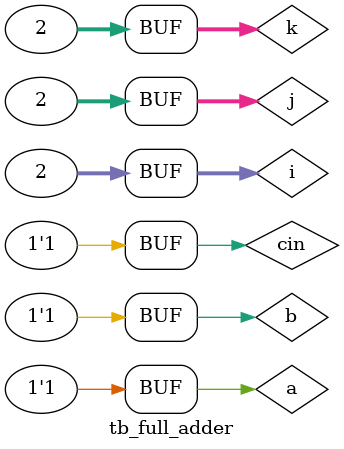
<source format=v>
module full_adder (sum, cout, a, b, cin);
input a, b, cin;
output sum, cout;

assign sum = (a ^ b ^ cin);
assign cout = (a&b | b&cin | cin&a);

endmodule
 
 
// Testbench
module tb_full_adder ();
reg a, b, cin;
wire sum, cout;

integer i,j,k;
full_adder uut (.sum(sum), .cout(cout), .a(a), .b(b), .cin(cin));

initial begin
$monitor("a = %d	b = %d	cin = %d	sum = %d	cout = %d ", a, b, cin, sum, cout);

for(i=0; i<2; i=i+1) begin
	a <= i;
	for(j=0; j<2; j=j+1) begin
		b <= j;
		for(k=0; k<2; k=k+1) begin
			cin <= k;
			#(10);
		end
	end
end

end
endmodule
	
</source>
